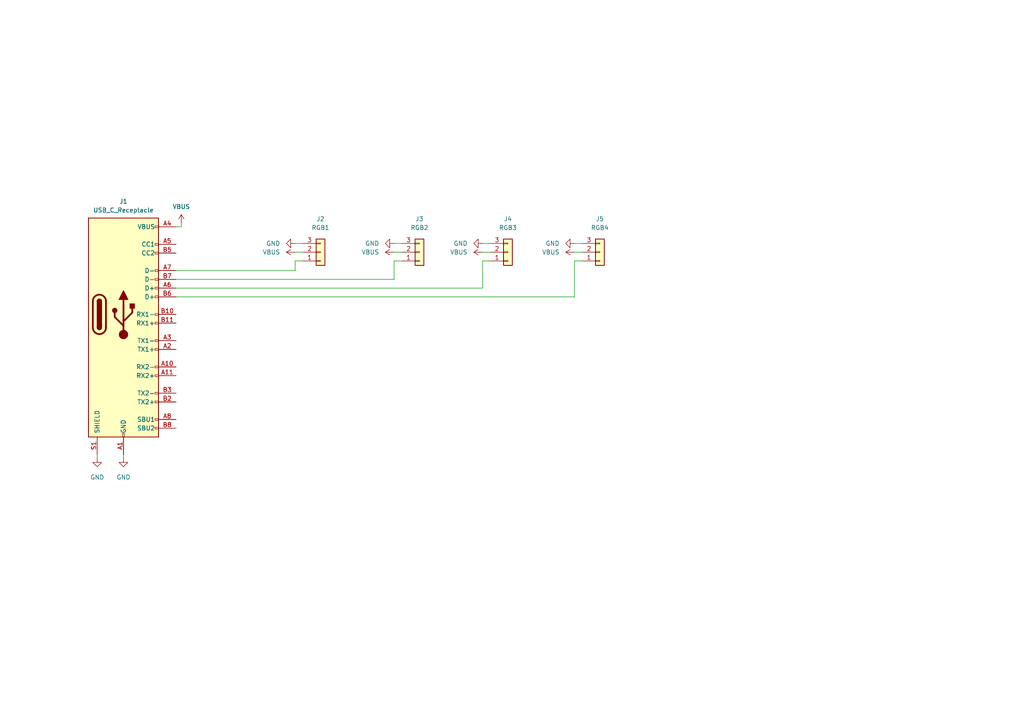
<source format=kicad_sch>
(kicad_sch (version 20211123) (generator eeschema)
  (paper "A4")
  (lib_symbols
    (symbol "Connector:USB_C_Receptacle" (pin_names (offset 1.016))
      (property "Reference" "J" (at -10.16 29.21 0))
      (property "Value" "USB_C_Receptacle" (at 10.16 29.21 0))
      (symbol "USB_C_Receptacle_0_0"
        (rectangle (start -0.254 -35.56) (end 0.254 -34.544))
        (rectangle (start 10.16 -32.766) (end 9.144 -33.274))
        (rectangle (start 10.16 -30.226) (end 9.144 -30.734))
        (rectangle (start 10.16 -25.146) (end 9.144 -25.654))
        (rectangle (start 10.16 -22.606) (end 9.144 -23.114))
        (rectangle (start 10.16 -17.526) (end 9.144 -18.034))
        (rectangle (start 10.16 -14.986) (end 9.144 -15.494))
        (rectangle (start 10.16 -9.906) (end 9.144 -10.414))
        (rectangle (start 10.16 -7.366) (end 9.144 -7.874))
        (rectangle (start 10.16 -2.286) (end 9.144 -2.794))
        (rectangle (start 10.16 0.254) (end 9.144 -0.254))
        (rectangle (start 10.16 5.334) (end 9.144 4.826))
        (rectangle (start 10.16 7.874) (end 9.144 7.366))
        (rectangle (start 10.16 10.414) (end 9.144 9.906))
        (rectangle (start 10.16 12.954) (end 9.144 12.446))
        (rectangle (start 10.16 18.034) (end 9.144 17.526))
        (rectangle (start 10.16 20.574) (end 9.144 20.066))
        (rectangle (start 10.16 25.654) (end 9.144 25.146))
      )
      (symbol "USB_C_Receptacle_0_1"
        (rectangle (start -10.16 27.94) (end 10.16 -35.56) (stroke (width 0.254)) (fill (type background)))
        (arc (start -8.89 -3.81) (mid -6.985 -5.715) (end -5.08 -3.81) (stroke (width 0.508)))
        (arc (start -7.62 -3.81) (mid -6.985 -4.445) (end -6.35 -3.81) (stroke (width 0.254)))
        (arc (start -7.62 -3.81) (mid -6.985 -4.445) (end -6.35 -3.81) (stroke (width 0.254)) (fill (type outline)))
        (rectangle (start -7.62 -3.81) (end -6.35 3.81) (stroke (width 0.254)) (fill (type outline)))
        (arc (start -6.35 3.81) (mid -6.985 4.445) (end -7.62 3.81) (stroke (width 0.254)))
        (arc (start -6.35 3.81) (mid -6.985 4.445) (end -7.62 3.81) (stroke (width 0.254)) (fill (type outline)))
        (arc (start -5.08 3.81) (mid -6.985 5.715) (end -8.89 3.81) (stroke (width 0.508)))
        (polyline (pts (xy -8.89 -3.81) (xy -8.89 3.81)) (stroke (width 0.508)))
        (polyline (pts (xy -5.08 3.81) (xy -5.08 -3.81)) (stroke (width 0.508)))
      )
      (symbol "USB_C_Receptacle_1_1"
        (circle (center -2.54 1.143) (radius 0.635) (stroke (width 0.254)) (fill (type outline)))
        (circle (center 0 -5.842) (radius 1.27) (fill (type outline)))
        (polyline (pts (xy 0 -5.842) (xy 0 4.318)) (stroke (width 0.508)))
        (polyline (pts (xy 0 -3.302) (xy -2.54 -0.762) (xy -2.54 0.508)) (stroke (width 0.508)))
        (polyline (pts (xy 0 -2.032) (xy 2.54 0.508) (xy 2.54 1.778)) (stroke (width 0.508)))
        (polyline (pts (xy -1.27 4.318) (xy 0 6.858) (xy 1.27 4.318) (xy -1.27 4.318)) (stroke (width 0.254)) (fill (type outline)))
        (rectangle (start 1.905 1.778) (end 3.175 3.048) (stroke (width 0.254)) (fill (type outline)))
        (pin passive line (at 0 -40.64 90) (length 5.08) (name "GND") (number "A1"))
        (pin bidirectional line (at 15.24 -15.24 180) (length 5.08) (name "RX2-") (number "A10"))
        (pin bidirectional line (at 15.24 -17.78 180) (length 5.08) (name "RX2+") (number "A11"))
        (pin passive line (at 0 -40.64 90) (length 5.08) hide (name "GND") (number "A12"))
        (pin bidirectional line (at 15.24 -10.16 180) (length 5.08) (name "TX1+") (number "A2"))
        (pin bidirectional line (at 15.24 -7.62 180) (length 5.08) (name "TX1-") (number "A3"))
        (pin passive line (at 15.24 25.4 180) (length 5.08) (name "VBUS") (number "A4"))
        (pin bidirectional line (at 15.24 20.32 180) (length 5.08) (name "CC1") (number "A5"))
        (pin bidirectional line (at 15.24 7.62 180) (length 5.08) (name "D+") (number "A6"))
        (pin bidirectional line (at 15.24 12.7 180) (length 5.08) (name "D-") (number "A7"))
        (pin bidirectional line (at 15.24 -30.48 180) (length 5.08) (name "SBU1") (number "A8"))
        (pin passive line (at 15.24 25.4 180) (length 5.08) hide (name "VBUS") (number "A9"))
        (pin passive line (at 0 -40.64 90) (length 5.08) hide (name "GND") (number "B1"))
        (pin bidirectional line (at 15.24 0 180) (length 5.08) (name "RX1-") (number "B10"))
        (pin bidirectional line (at 15.24 -2.54 180) (length 5.08) (name "RX1+") (number "B11"))
        (pin passive line (at 0 -40.64 90) (length 5.08) hide (name "GND") (number "B12"))
        (pin bidirectional line (at 15.24 -25.4 180) (length 5.08) (name "TX2+") (number "B2"))
        (pin bidirectional line (at 15.24 -22.86 180) (length 5.08) (name "TX2-") (number "B3"))
        (pin passive line (at 15.24 25.4 180) (length 5.08) hide (name "VBUS") (number "B4"))
        (pin bidirectional line (at 15.24 17.78 180) (length 5.08) (name "CC2") (number "B5"))
        (pin bidirectional line (at 15.24 5.08 180) (length 5.08) (name "D+") (number "B6"))
        (pin bidirectional line (at 15.24 10.16 180) (length 5.08) (name "D-") (number "B7"))
        (pin bidirectional line (at 15.24 -33.02 180) (length 5.08) (name "SBU2") (number "B8"))
        (pin passive line (at 15.24 25.4 180) (length 5.08) hide (name "VBUS") (number "B9"))
        (pin passive line (at -7.62 -40.64 90) (length 5.08) (name "SHIELD") (number "S1"))
      )
    )
    (symbol "Connector_Generic:Conn_01x03" (pin_names (offset 1.016) hide)
      (property "Reference" "J" (at 0 5.08 0))
      (property "Value" "Conn_01x03" (at 0 -5.08 0))
      (symbol "Conn_01x03_1_1"
        (rectangle (start -1.27 -2.413) (end 0 -2.667) (stroke (width 0.1524)))
        (rectangle (start -1.27 0.127) (end 0 -0.127) (stroke (width 0.1524)))
        (rectangle (start -1.27 2.667) (end 0 2.413) (stroke (width 0.1524)))
        (rectangle (start -1.27 3.81) (end 1.27 -3.81) (stroke (width 0.254)) (fill (type background)))
        (pin passive line (at -5.08 2.54 0) (length 3.81) (name "Pin_1") (number "1"))
        (pin passive line (at -5.08 0 0) (length 3.81) (name "Pin_2") (number "2"))
        (pin passive line (at -5.08 -2.54 0) (length 3.81) (name "Pin_3") (number "3"))
      )
    )
    (symbol "power:GND" (power) (pin_names (offset 0))
      (property "Value" "GND" (at 0 -3.81 0))
      (symbol "GND_0_1"
        (polyline (pts (xy 0 0) (xy 0 -1.27) (xy 1.27 -1.27) (xy 0 -2.54) (xy -1.27 -1.27) (xy 0 -1.27)))
      )
      (symbol "GND_1_1"
        (pin power_in line (at 0 0 270) (length 0) hide (name "GND") (number "1"))
      )
    )
    (symbol "power:VBUS" (power) (pin_names (offset 0))
      (property "Value" "VBUS" (at 0 3.81 0))
      (symbol "VBUS_0_1"
        (polyline (pts (xy -0.762 1.27) (xy 0 2.54)))
        (polyline (pts (xy 0 0) (xy 0 2.54)))
        (polyline (pts (xy 0 2.54) (xy 0.762 1.27)))
      )
      (symbol "VBUS_1_1"
        (pin power_in line (at 0 0 90) (length 0) hide (name "VBUS") (number "1"))
      )
    )
  )
  (wire (pts (xy 166.624 70.612) (xy 168.91 70.612)))
  (wire (pts (xy 166.624 73.152) (xy 168.91 73.152)))
  (wire (pts (xy 51.054 86.106) (xy 166.624 86.106)))
  (wire (pts (xy 139.954 70.612) (xy 142.24 70.612)))
  (wire (pts (xy 139.954 83.566) (xy 139.954 75.692)))
  (wire (pts (xy 85.598 73.152) (xy 87.884 73.152)))
  (wire (pts (xy 85.598 70.612) (xy 87.884 70.612)))
  (wire (pts (xy 51.054 65.786) (xy 52.578 65.786)))
  (wire (pts (xy 85.598 75.692) (xy 87.884 75.692)))
  (wire (pts (xy 85.598 78.486) (xy 85.598 75.692)))
  (wire (pts (xy 52.578 65.786) (xy 52.578 64.77)))
  (wire (pts (xy 114.3 75.692) (xy 116.586 75.692)))
  (wire (pts (xy 28.194 131.826) (xy 28.194 132.842)))
  (wire (pts (xy 51.054 81.026) (xy 114.3 81.026)))
  (wire (pts (xy 166.624 75.692) (xy 168.91 75.692)))
  (wire (pts (xy 114.3 70.612) (xy 116.586 70.612)))
  (wire (pts (xy 166.624 86.106) (xy 166.624 75.692)))
  (wire (pts (xy 114.3 73.152) (xy 116.586 73.152)))
  (wire (pts (xy 51.054 83.566) (xy 139.954 83.566)))
  (wire (pts (xy 139.954 75.692) (xy 142.24 75.692)))
  (wire (pts (xy 35.814 131.826) (xy 35.814 132.842)))
  (wire (pts (xy 114.3 81.026) (xy 114.3 75.692)))
  (wire (pts (xy 139.954 73.152) (xy 142.24 73.152)))
  (wire (pts (xy 51.054 78.486) (xy 85.598 78.486)))
  (symbol (lib_id "Connector_Generic:Conn_01x03") (at 147.32 73.152 0) (mirror x) (unit 1)
    (property "Reference" "J4" (at 147.32 63.5 0))
    (property "Value" "RGB3" (at 147.32 66.04 0))
    (property "Footprint" "Connector_PinHeader_2.54mm:PinHeader_1x03_P2.54mm_Vertical" (effects hide))
  )
  (symbol (lib_id "power:VBUS") (at 139.954 73.152 90) (mirror x) (unit 1)
    (property "Reference" "#PWR09" (effects hide))
    (property "Value" "VBUS" (at 135.636 73.1521 90) (effects (justify left)))
  )
  (symbol (lib_id "power:GND") (at 166.624 70.612 270) (mirror x) (unit 1)
    (property "Reference" "#PWR010" (effects hide))
    (property "Value" "GND" (at 162.306 70.6121 90) (effects (justify right)))
  )
  (symbol (lib_id "Connector_Generic:Conn_01x03") (at 121.666 73.152 0) (mirror x) (unit 1)
    (property "Reference" "J3" (at 121.666 63.5 0))
    (property "Value" "RGB2" (at 121.666 66.04 0))
    (property "Footprint" "Connector_PinHeader_2.54mm:PinHeader_1x03_P2.54mm_Vertical" (effects hide))
  )
  (symbol (lib_id "power:GND") (at 85.598 70.612 270) (mirror x) (unit 1)
    (property "Reference" "#PWR04" (effects hide))
    (property "Value" "GND" (at 81.28 70.6121 90) (effects (justify right)))
  )
  (symbol (lib_id "power:VBUS") (at 114.3 73.152 90) (mirror x) (unit 1)
    (property "Reference" "#PWR07" (effects hide))
    (property "Value" "VBUS" (at 109.982 73.1521 90) (effects (justify left)))
  )
  (symbol (lib_id "power:VBUS") (at 166.624 73.152 90) (mirror x) (unit 1)
    (property "Reference" "#PWR011" (effects hide))
    (property "Value" "VBUS" (at 162.306 73.1521 90) (effects (justify left)))
  )
  (symbol (lib_id "Connector_Generic:Conn_01x03") (at 173.99 73.152 0) (mirror x) (unit 1)
    (property "Reference" "J5" (at 173.99 63.5 0))
    (property "Value" "RGB4" (at 173.99 66.04 0))
    (property "Footprint" "Connector_PinHeader_2.54mm:PinHeader_1x03_P2.54mm_Vertical" (effects hide))
  )
  (symbol (lib_id "Connector:USB_C_Receptacle") (at 35.814 91.186 0) (unit 1)
    (property "Reference" "J1" (at 35.814 58.42 0))
    (property "Value" "USB_C_Receptacle" (at 35.814 60.96 0))
    (property "Footprint" "USB-C-Connectors:TYPE-C-31-M-04" (effects hide))
    (property "Datasheet" "https://www.usb.org/sites/default/files/documents/usb_type-c.zip" (effects hide))
  )
  (symbol (lib_id "power:GND") (at 139.954 70.612 270) (mirror x) (unit 1)
    (property "Reference" "#PWR08" (effects hide))
    (property "Value" "GND" (at 135.636 70.6121 90) (effects (justify right)))
  )
  (symbol (lib_id "Connector_Generic:Conn_01x03") (at 92.964 73.152 0) (mirror x) (unit 1)
    (property "Reference" "J2" (at 92.964 63.5 0))
    (property "Value" "RGB1" (at 92.964 66.04 0))
    (property "Footprint" "Connector_PinHeader_2.54mm:PinHeader_1x03_P2.54mm_Vertical" (effects hide))
  )
  (symbol (lib_id "power:GND") (at 28.194 132.842 0) (unit 1)
    (property "Reference" "#PWR01" (effects hide))
    (property "Value" "GND" (at 28.194 138.43 0))
  )
  (symbol (lib_id "power:GND") (at 114.3 70.612 270) (mirror x) (unit 1)
    (property "Reference" "#PWR06" (effects hide))
    (property "Value" "GND" (at 109.982 70.6121 90) (effects (justify right)))
  )
  (symbol (lib_id "power:VBUS") (at 52.578 64.77 0) (unit 1)
    (property "Reference" "#PWR03" (effects hide))
    (property "Value" "VBUS" (at 52.578 59.944 0))
  )
  (symbol (lib_id "power:GND") (at 35.814 132.842 0) (unit 1)
    (property "Reference" "#PWR02" (effects hide))
    (property "Value" "GND" (at 35.814 138.43 0))
  )
  (symbol (lib_id "power:VBUS") (at 85.598 73.152 90) (mirror x) (unit 1)
    (property "Reference" "#PWR05" (effects hide))
    (property "Value" "VBUS" (at 81.28 73.1521 90) (effects (justify left)))
  )
)
</source>
